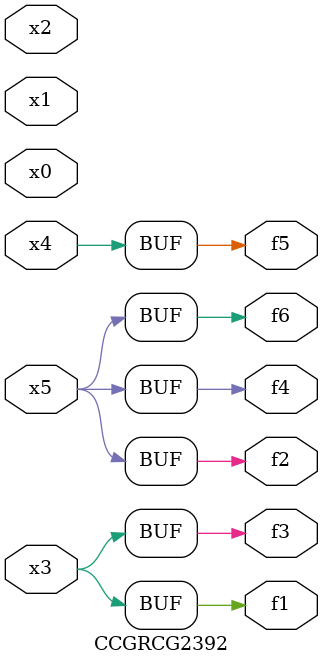
<source format=v>
module CCGRCG2392(
	input x0, x1, x2, x3, x4, x5,
	output f1, f2, f3, f4, f5, f6
);
	assign f1 = x3;
	assign f2 = x5;
	assign f3 = x3;
	assign f4 = x5;
	assign f5 = x4;
	assign f6 = x5;
endmodule

</source>
